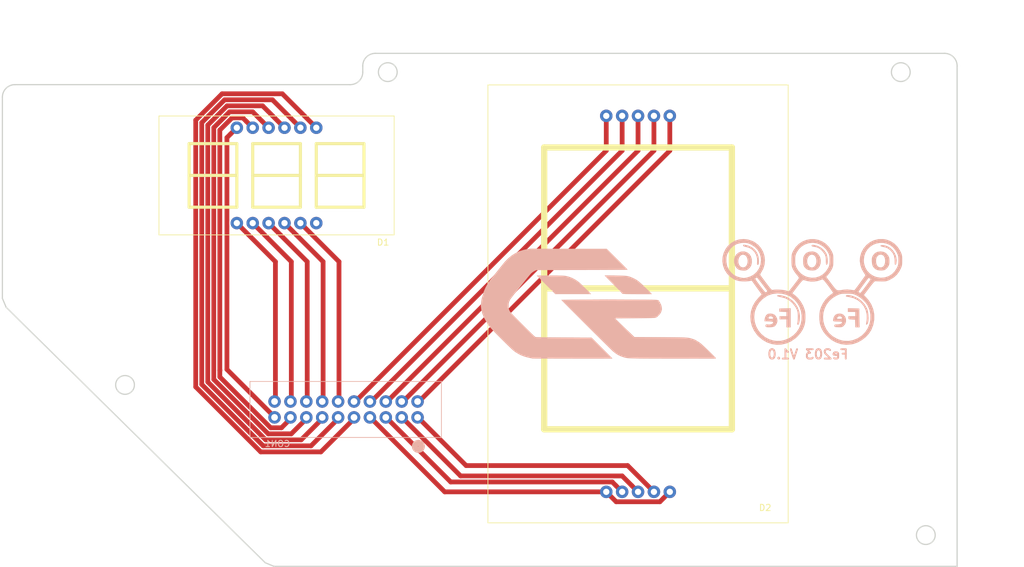
<source format=kicad_pcb>
(kicad_pcb (version 20171130) (host pcbnew 5.1.5-52549c5~84~ubuntu18.04.1)

  (general
    (thickness 1.6)
    (drawings 28)
    (tracks 81)
    (zones 0)
    (modules 5)
    (nets 22)
  )

  (page A4)
  (layers
    (0 F.Cu signal)
    (31 B.Cu signal)
    (32 B.Adhes user)
    (33 F.Adhes user)
    (34 B.Paste user)
    (35 F.Paste user)
    (36 B.SilkS user)
    (37 F.SilkS user)
    (38 B.Mask user)
    (39 F.Mask user)
    (40 Dwgs.User user)
    (41 Cmts.User user)
    (42 Eco1.User user)
    (43 Eco2.User user)
    (44 Edge.Cuts user)
    (45 Margin user)
    (46 B.CrtYd user)
    (47 F.CrtYd user)
    (48 B.Fab user)
    (49 F.Fab user)
  )

  (setup
    (last_trace_width 0.0889)
    (user_trace_width 0.254)
    (user_trace_width 0.508)
    (user_trace_width 0.762)
    (user_trace_width 1.016)
    (user_trace_width 1.27)
    (user_trace_width 1.524)
    (user_trace_width 1.778)
    (trace_clearance 0.1778)
    (zone_clearance 0.508)
    (zone_45_only no)
    (trace_min 0.0889)
    (via_size 0.8)
    (via_drill 0.4)
    (via_min_size 0.45)
    (via_min_drill 0.3)
    (uvia_size 0.3)
    (uvia_drill 0.1)
    (uvias_allowed no)
    (uvia_min_size 0.2)
    (uvia_min_drill 0.1)
    (edge_width 0.05)
    (segment_width 0.2)
    (pcb_text_width 0.3)
    (pcb_text_size 1.5 1.5)
    (mod_edge_width 0.12)
    (mod_text_size 1 1)
    (mod_text_width 0.15)
    (pad_size 1.524 1.524)
    (pad_drill 0.762)
    (pad_to_mask_clearance 0.051)
    (solder_mask_min_width 0.25)
    (aux_axis_origin 0 0)
    (visible_elements 7FFFFFFF)
    (pcbplotparams
      (layerselection 0x010f0_ffffffff)
      (usegerberextensions false)
      (usegerberattributes false)
      (usegerberadvancedattributes true)
      (creategerberjobfile false)
      (excludeedgelayer false)
      (linewidth 0.150000)
      (plotframeref false)
      (viasonmask false)
      (mode 1)
      (useauxorigin false)
      (hpglpennumber 1)
      (hpglpenspeed 20)
      (hpglpendiameter 15.000000)
      (psnegative false)
      (psa4output false)
      (plotreference true)
      (plotvalue true)
      (plotinvisibletext false)
      (padsonsilk true)
      (subtractmaskfromsilk false)
      (outputformat 1)
      (mirror false)
      (drillshape 0)
      (scaleselection 1)
      (outputdirectory "../gerbers/"))
  )

  (net 0 "")
  (net 1 GND1_1)
  (net 2 GND1_2)
  (net 3 GND1_3)
  (net 4 DOT2)
  (net 5 GND2)
  (net 6 "Net-(D1-Pad6)")
  (net 7 E1)
  (net 8 D1)
  (net 9 DP1)
  (net 10 C1)
  (net 11 G1)
  (net 12 B1)
  (net 13 F1)
  (net 14 A1)
  (net 15 B2)
  (net 16 C2)
  (net 17 D2)
  (net 18 E2)
  (net 19 A2)
  (net 20 F2)
  (net 21 G2)

  (net_class Default "This is the default net class."
    (clearance 0.1778)
    (trace_width 0.0889)
    (via_dia 0.8)
    (via_drill 0.4)
    (uvia_dia 0.3)
    (uvia_drill 0.1)
    (add_net A1)
    (add_net A2)
    (add_net B1)
    (add_net B2)
    (add_net C1)
    (add_net C2)
    (add_net D1)
    (add_net D2)
    (add_net DOT2)
    (add_net DP1)
    (add_net E1)
    (add_net E2)
    (add_net F1)
    (add_net F2)
    (add_net G1)
    (add_net G2)
    (add_net GND1_1)
    (add_net GND1_2)
    (add_net GND1_3)
    (add_net GND2)
    (add_net "Net-(D1-Pad6)")
  )

  (module fe203:20_pin_pcb_connector (layer B.Cu) (tedit 5E6C9D87) (tstamp 5E6CFEA5)
    (at 161.29 114.22 180)
    (path /5E6FF094)
    (fp_text reference CON1 (at 53.01 -4.21) (layer B.SilkS)
      (effects (font (size 1 1) (thickness 0.15)) (justify mirror))
    )
    (fp_text value pcb_connector (at 51.89 7.35) (layer B.Fab)
      (effects (font (size 1 1) (thickness 0.15)) (justify mirror))
    )
    (fp_line (start 26.81 5.745) (end 26.81 -3.205) (layer B.SilkS) (width 0.12))
    (fp_line (start 57.41 5.745) (end 57.41 -3.205) (layer B.SilkS) (width 0.12))
    (fp_line (start 26.81 5.745) (end 57.41 5.745) (layer B.SilkS) (width 0.12))
    (fp_line (start 26.81 -3.205) (end 57.41 -3.205) (layer B.SilkS) (width 0.12))
    (fp_circle (center 30.49 -4.63) (end 29.946217 -4.63) (layer B.SilkS) (width 1))
    (pad 2 thru_hole circle (at 30.62 2.54 180) (size 2 2) (drill 1.07) (layers *.Cu *.Mask)
      (net 15 B2))
    (pad 4 thru_hole circle (at 33.16 2.54 180) (size 2 2) (drill 1.07) (layers *.Cu *.Mask)
      (net 19 A2))
    (pad 6 thru_hole circle (at 35.7 2.54 180) (size 2 2) (drill 1.07) (layers *.Cu *.Mask)
      (net 4 DOT2))
    (pad 8 thru_hole circle (at 38.24 2.54 180) (size 2 2) (drill 1.07) (layers *.Cu *.Mask)
      (net 20 F2))
    (pad 10 thru_hole circle (at 40.78 2.54 180) (size 2 2) (drill 1.07) (layers *.Cu *.Mask)
      (net 21 G2))
    (pad 12 thru_hole circle (at 43.32 2.54 180) (size 2 2) (drill 1.07) (layers *.Cu *.Mask)
      (net 11 G1))
    (pad 14 thru_hole circle (at 45.86 2.54 180) (size 2 2) (drill 1.07) (layers *.Cu *.Mask)
      (net 10 C1))
    (pad 16 thru_hole circle (at 48.4 2.54 180) (size 2 2) (drill 1.07) (layers *.Cu *.Mask)
      (net 9 DP1))
    (pad 18 thru_hole circle (at 50.94 2.54 180) (size 2 2) (drill 1.07) (layers *.Cu *.Mask)
      (net 8 D1))
    (pad 20 thru_hole circle (at 53.48 2.54 180) (size 2 2) (drill 1.07) (layers *.Cu *.Mask)
      (net 7 E1))
    (pad 19 thru_hole circle (at 53.48 0 180) (size 2 2) (drill 1.07) (layers *.Cu *.Mask)
      (net 1 GND1_1))
    (pad 17 thru_hole circle (at 50.94 0 180) (size 2 2) (drill 1.07) (layers *.Cu *.Mask)
      (net 14 A1))
    (pad 15 thru_hole circle (at 48.4 0 180) (size 2 2) (drill 1.07) (layers *.Cu *.Mask)
      (net 13 F1))
    (pad 13 thru_hole circle (at 45.86 0 180) (size 2 2) (drill 1.07) (layers *.Cu *.Mask)
      (net 2 GND1_2))
    (pad 11 thru_hole circle (at 43.32 0 180) (size 2 2) (drill 1.07) (layers *.Cu *.Mask)
      (net 3 GND1_3))
    (pad 9 thru_hole circle (at 40.78 0 180) (size 2 2) (drill 1.07) (layers *.Cu *.Mask)
      (net 12 B1))
    (pad 7 thru_hole circle (at 38.24 0 180) (size 2 2) (drill 1.07) (layers *.Cu *.Mask)
      (net 5 GND2))
    (pad 5 thru_hole circle (at 35.7 0 180) (size 2 2) (drill 1.07) (layers *.Cu *.Mask)
      (net 18 E2))
    (pad 3 thru_hole circle (at 33.16 0 180) (size 2 2) (drill 1.07) (layers *.Cu *.Mask)
      (net 17 D2))
    (pad 1 thru_hole circle (at 30.62 0 180) (size 2 2) (drill 1.07) (layers *.Cu *.Mask)
      (net 16 C2))
    (model ${KIPRJMOD}/3ds/TST-110-01-T-D.stp
      (offset (xyz 42 1.5 0.5))
      (scale (xyz 1 1 1))
      (rotate (xyz -90 0 0))
    )
  )

  (module fe203:LT0565SRWK (layer F.Cu) (tedit 5E6BA4ED) (tstamp 5E6BE020)
    (at 89.08 85.7)
    (path /5E701025)
    (fp_text reference D1 (at 36.08 0.54) (layer F.SilkS)
      (effects (font (size 1 1) (thickness 0.15)))
    )
    (fp_text value 7_segment (at 19 -16.2) (layer F.Fab)
      (effects (font (size 1 1) (thickness 0.15)))
    )
    (fp_line (start 5.08 -10.16) (end 12.7 -10.16) (layer F.SilkS) (width 0.5))
    (fp_line (start 5.08 -5.08) (end 5.08 -15.24) (layer F.SilkS) (width 0.5))
    (fp_line (start 12.7 -5.08) (end 5.08 -5.08) (layer F.SilkS) (width 0.5))
    (fp_line (start 12.7 -15.24) (end 12.7 -5.08) (layer F.SilkS) (width 0.5))
    (fp_line (start 5.08 -15.24) (end 12.7 -15.24) (layer F.SilkS) (width 0.5))
    (fp_line (start 25.4 -10.16) (end 33.02 -10.16) (layer F.SilkS) (width 0.5))
    (fp_line (start 25.4 -5.08) (end 25.4 -15.24) (layer F.SilkS) (width 0.5))
    (fp_line (start 33.02 -5.08) (end 25.4 -5.08) (layer F.SilkS) (width 0.5))
    (fp_line (start 33.02 -15.24) (end 33.02 -5.08) (layer F.SilkS) (width 0.5))
    (fp_line (start 25.4 -15.24) (end 33.02 -15.24) (layer F.SilkS) (width 0.5))
    (fp_line (start 15.24 -10.16) (end 22.86 -10.16) (layer F.SilkS) (width 0.5))
    (fp_line (start 15.24 -5.08) (end 15.24 -15.24) (layer F.SilkS) (width 0.5))
    (fp_line (start 22.86 -5.08) (end 15.24 -5.08) (layer F.SilkS) (width 0.5))
    (fp_line (start 22.86 -15.24) (end 22.86 -5.08) (layer F.SilkS) (width 0.5))
    (fp_line (start 15.24 -15.24) (end 22.86 -15.24) (layer F.SilkS) (width 0.5))
    (fp_line (start 0.25 -19.66) (end 37.85 -19.66) (layer F.SilkS) (width 0.12))
    (fp_line (start 0.25 -0.66) (end 37.85 -0.66) (layer F.SilkS) (width 0.12))
    (fp_line (start 0.25 -19.66) (end 0.25 -0.66) (layer F.SilkS) (width 0.12))
    (fp_line (start 37.85 -19.66) (end 37.85 -0.66) (layer F.SilkS) (width 0.12))
    (pad 12 thru_hole circle (at 12.7 -17.78) (size 2 2) (drill 1) (layers *.Cu *.Mask)
      (net 1 GND1_1))
    (pad 11 thru_hole circle (at 15.24 -17.78) (size 2 2) (drill 1) (layers *.Cu *.Mask)
      (net 14 A1))
    (pad 10 thru_hole circle (at 17.78 -17.78) (size 2 2) (drill 1) (layers *.Cu *.Mask)
      (net 13 F1))
    (pad 9 thru_hole circle (at 20.32 -17.78) (size 2 2) (drill 1) (layers *.Cu *.Mask)
      (net 2 GND1_2))
    (pad 8 thru_hole circle (at 22.86 -17.78) (size 2 2) (drill 1) (layers *.Cu *.Mask)
      (net 3 GND1_3))
    (pad 7 thru_hole circle (at 25.4 -17.78) (size 2 2) (drill 1) (layers *.Cu *.Mask)
      (net 12 B1))
    (pad 6 thru_hole circle (at 25.4 -2.54) (size 2 2) (drill 1) (layers *.Cu *.Mask)
      (net 6 "Net-(D1-Pad6)"))
    (pad 5 thru_hole circle (at 22.86 -2.54) (size 2 2) (drill 1) (layers *.Cu *.Mask)
      (net 11 G1))
    (pad 4 thru_hole circle (at 20.32 -2.54) (size 2 2) (drill 1) (layers *.Cu *.Mask)
      (net 10 C1))
    (pad 3 thru_hole circle (at 17.78 -2.54) (size 2 2) (drill 1) (layers *.Cu *.Mask)
      (net 9 DP1))
    (pad 2 thru_hole circle (at 15.24 -2.54) (size 2 2) (drill 1) (layers *.Cu *.Mask)
      (net 8 D1))
    (pad 1 thru_hole circle (at 12.7 -2.54) (size 2 2) (drill 1) (layers *.Cu *.Mask)
      (net 7 E1))
    (model ${KIPRJMOD}/3ds/LT0565SRWK.STEP
      (offset (xyz 19 10 9))
      (scale (xyz 1 1 1))
      (rotate (xyz -90 0 0))
    )
  )

  (module fe203:logo3 (layer F.Cu) (tedit 5E6BB989) (tstamp 5E6C2010)
    (at 161.23 99.49)
    (fp_text reference G*** (at 0 9.6) (layer B.SilkS) hide
      (effects (font (size 1.524 1.524) (thickness 0.3)) (justify mirror))
    )
    (fp_text value LOGO (at 0.75 9.6) (layer B.SilkS) hide
      (effects (font (size 1.524 1.524) (thickness 0.3)) (justify mirror))
    )
    (fp_poly (pts (xy -0.416189 -4.124549) (xy -0.466519 -4.124088) (xy -0.598911 -4.123248) (xy -0.806621 -4.122065)
      (xy -1.082899 -4.120573) (xy -1.420999 -4.118807) (xy -1.814175 -4.116801) (xy -2.255679 -4.11459)
      (xy -2.738764 -4.112208) (xy -3.256683 -4.109691) (xy -3.802689 -4.107073) (xy -4.024143 -4.10602)
      (xy -4.57807 -4.103003) (xy -5.105619 -4.099366) (xy -5.600156 -4.095202) (xy -6.055045 -4.090601)
      (xy -6.46365 -4.085656) (xy -6.819334 -4.080458) (xy -7.115463 -4.075098) (xy -7.3454 -4.069669)
      (xy -7.502509 -4.064261) (xy -7.580155 -4.058966) (xy -7.58748 -4.056856) (xy -7.55666 -4.021432)
      (xy -7.467268 -3.927977) (xy -7.323806 -3.78098) (xy -7.130778 -3.58493) (xy -6.892687 -3.344316)
      (xy -6.614038 -3.063628) (xy -6.299333 -2.747355) (xy -5.953076 -2.399986) (xy -5.579771 -2.026009)
      (xy -5.183921 -1.629915) (xy -4.770029 -1.216193) (xy -4.342599 -0.789331) (xy -3.906135 -0.35382)
      (xy -3.46514 0.085853) (xy -3.024116 0.525197) (xy -2.587569 0.959724) (xy -2.160001 1.384944)
      (xy -1.745916 1.796368) (xy -1.349818 2.189507) (xy -0.976209 2.559872) (xy -0.629593 2.902973)
      (xy -0.314474 3.214321) (xy -0.035356 3.489428) (xy 0.203259 3.723804) (xy 0.396867 3.912959)
      (xy 0.540964 4.052405) (xy 0.631047 4.137652) (xy 0.651933 4.156422) (xy 1.046925 4.471627)
      (xy 1.432138 4.721841) (xy 1.835739 4.922368) (xy 2.285897 5.088511) (xy 2.470598 5.144537)
      (xy 2.555455 5.168533) (xy 2.638976 5.190335) (xy 2.725611 5.210054) (xy 2.819815 5.227802)
      (xy 2.926038 5.24369) (xy 3.048735 5.257829) (xy 3.192356 5.270332) (xy 3.361355 5.281308)
      (xy 3.560183 5.290871) (xy 3.793294 5.29913) (xy 4.06514 5.306198) (xy 4.380173 5.312186)
      (xy 4.742846 5.317205) (xy 5.157611 5.321366) (xy 5.628921 5.324782) (xy 6.161228 5.327563)
      (xy 6.758984 5.329821) (xy 7.426642 5.331668) (xy 8.168654 5.333213) (xy 8.989473 5.33457)
      (xy 9.893551 5.33585) (xy 10.13014 5.336166) (xy 10.894122 5.337091) (xy 11.635735 5.337809)
      (xy 12.349932 5.338324) (xy 13.031663 5.338639) (xy 13.675881 5.338759) (xy 14.277538 5.338685)
      (xy 14.831585 5.338423) (xy 15.332973 5.337976) (xy 15.776656 5.337347) (xy 16.157585 5.33654)
      (xy 16.470711 5.335558) (xy 16.710986 5.334405) (xy 16.873362 5.333085) (xy 16.952791 5.3316)
      (xy 16.9575 5.331345) (xy 17.072448 5.31657) (xy 17.138544 5.295542) (xy 17.144912 5.28694)
      (xy 17.113525 5.243744) (xy 17.026296 5.147892) (xy 16.891821 5.007771) (xy 16.718699 4.831769)
      (xy 16.515525 4.628273) (xy 16.290898 4.405671) (xy 16.053413 4.17235) (xy 15.811669 3.936697)
      (xy 15.574261 3.707101) (xy 15.349788 3.491948) (xy 15.146846 3.299625) (xy 14.974032 3.138521)
      (xy 14.839944 3.017022) (xy 14.753178 2.943517) (xy 14.723841 2.924895) (xy 14.684428 2.89795)
      (xy 14.608426 2.832092) (xy 14.597722 2.822237) (xy 14.482901 2.733354) (xy 14.342714 2.646604)
      (xy 14.3179 2.633514) (xy 14.20843 2.57492) (xy 14.137068 2.531416) (xy 14.126643 2.522901)
      (xy 14.032888 2.451695) (xy 13.876707 2.366835) (xy 13.680991 2.279328) (xy 13.468633 2.200184)
      (xy 13.427849 2.186859) (xy 13.297559 2.145353) (xy 13.178854 2.108628) (xy 13.065683 2.076357)
      (xy 12.951997 2.048214) (xy 12.831744 2.023871) (xy 12.698875 2.003003) (xy 12.547339 1.985283)
      (xy 12.371086 1.970385) (xy 12.164065 1.957981) (xy 11.920225 1.947746) (xy 11.633517 1.939354)
      (xy 11.29789 1.932476) (xy 10.907294 1.926788) (xy 10.455678 1.921963) (xy 9.936991 1.917673)
      (xy 9.345184 1.913593) (xy 8.674205 1.909396) (xy 8.236511 1.906719) (xy 4.1004 1.881364)
      (xy 3.665121 1.45951) (xy 3.471658 1.273285) (xy 3.269286 1.080611) (xy 3.082372 0.90457)
      (xy 2.938819 0.771479) (xy 2.803252 0.645329) (xy 2.62176 0.473357) (xy 2.407945 0.268751)
      (xy 2.175408 0.044696) (xy 1.937751 -0.185622) (xy 1.708576 -0.409019) (xy 1.501483 -0.612307)
      (xy 1.330075 -0.782302) (xy 1.207952 -0.905817) (xy 1.19793 -0.916189) (xy 1.026883 -1.093811)
      (xy 4.168634 -1.118061) (xy 4.883746 -1.124276) (xy 5.511502 -1.131205) (xy 6.051702 -1.138845)
      (xy 6.504145 -1.14719) (xy 6.868631 -1.156236) (xy 7.144961 -1.165978) (xy 7.332934 -1.176413)
      (xy 7.43235 -1.187536) (xy 7.443601 -1.190516) (xy 7.635012 -1.266915) (xy 7.756996 -1.335496)
      (xy 7.826952 -1.407109) (xy 7.845071 -1.440853) (xy 7.919478 -1.536249) (xy 7.98757 -1.581701)
      (xy 8.064364 -1.635133) (xy 8.087482 -1.680051) (xy 8.122457 -1.742053) (xy 8.176294 -1.782098)
      (xy 8.247438 -1.855353) (xy 8.265105 -1.916877) (xy 8.283278 -1.988193) (xy 8.307799 -2.004126)
      (xy 8.343481 -2.042987) (xy 8.383364 -2.140915) (xy 8.398126 -2.19285) (xy 8.437223 -2.333844)
      (xy 8.475771 -2.451952) (xy 8.484679 -2.474862) (xy 8.496074 -2.562043) (xy 8.488036 -2.700373)
      (xy 8.465024 -2.867528) (xy 8.431497 -3.041186) (xy 8.391914 -3.199024) (xy 8.350733 -3.318721)
      (xy 8.312413 -3.377954) (xy 8.303739 -3.380699) (xy 8.271891 -3.417778) (xy 8.265105 -3.46581)
      (xy 8.250057 -3.543588) (xy 8.231801 -3.565723) (xy 8.192155 -3.61061) (xy 8.130781 -3.706726)
      (xy 8.101701 -3.758147) (xy 8.073903 -3.81362) (xy 8.051087 -3.862544) (xy 8.027835 -3.905349)
      (xy 7.998727 -3.942467) (xy 7.958348 -3.97433) (xy 7.901278 -4.001369) (xy 7.822101 -4.024016)
      (xy 7.715398 -4.042702) (xy 7.575751 -4.057858) (xy 7.397743 -4.069917) (xy 7.175957 -4.07931)
      (xy 6.904974 -4.086468) (xy 6.579376 -4.091824) (xy 6.193746 -4.095807) (xy 5.742666 -4.098851)
      (xy 5.220718 -4.101386) (xy 4.622485 -4.103844) (xy 3.942548 -4.106657) (xy 3.713531 -4.107672)
      (xy 3.118407 -4.110349) (xy 2.548387 -4.112876) (xy 2.009759 -4.115226) (xy 1.508812 -4.117374)
      (xy 1.051832 -4.119293) (xy 0.64511 -4.120958) (xy 0.294932 -4.122344) (xy 0.007588 -4.123424)
      (xy -0.210635 -4.124174) (xy -0.353449 -4.124567) (xy -0.414565 -4.124577) (xy -0.416189 -4.124549)) (layer B.SilkS) (width 0.01))
    (fp_poly (pts (xy -12.546258 -12.229227) (xy -12.784598 -12.197781) (xy -13.049007 -12.154733) (xy -13.319409 -12.10322)
      (xy -13.575731 -12.046377) (xy -13.700723 -12.014704) (xy -14.340536 -11.802185) (xy -14.943563 -11.515423)
      (xy -15.514815 -11.151202) (xy -16.059307 -10.706304) (xy -16.582049 -10.177513) (xy -16.606983 -10.149625)
      (xy -16.661087 -10.085211) (xy -16.762784 -9.96072) (xy -16.904476 -9.785657) (xy -17.078569 -9.569524)
      (xy -17.277466 -9.321829) (xy -17.493571 -9.052074) (xy -17.719288 -8.769765) (xy -17.947021 -8.484407)
      (xy -18.169174 -8.205503) (xy -18.37815 -7.94256) (xy -18.566355 -7.70508) (xy -18.726192 -7.50257)
      (xy -18.850064 -7.344534) (xy -18.893648 -7.288392) (xy -19.331674 -6.669866) (xy -19.681635 -6.062329)
      (xy -19.943583 -5.465681) (xy -20.109278 -4.916088) (xy -20.156076 -4.729609) (xy -20.20279 -4.567207)
      (xy -20.241617 -4.455262) (xy -20.252654 -4.431487) (xy -20.284382 -4.337403) (xy -20.319044 -4.17572)
      (xy -20.353677 -3.967454) (xy -20.385313 -3.733619) (xy -20.410989 -3.495232) (xy -20.42774 -3.273309)
      (xy -20.432234 -3.158671) (xy -20.424758 -2.972602) (xy -20.398528 -2.745183) (xy -20.35777 -2.496085)
      (xy -20.306716 -2.244983) (xy -20.249592 -2.01155) (xy -20.190629 -1.815457) (xy -20.134056 -1.676379)
      (xy -20.103392 -1.628899) (xy -20.068703 -1.549135) (xy -20.065391 -1.517885) (xy -20.064511 -1.490783)
      (xy -20.058423 -1.460852) (xy -20.041606 -1.417325) (xy -20.00854 -1.349437) (xy -19.953704 -1.246425)
      (xy -19.871578 -1.097522) (xy -19.756642 -0.891965) (xy -19.61526 -0.640151) (xy -19.501304 -0.443214)
      (xy -19.384292 -0.255142) (xy -19.258538 -0.069432) (xy -19.118358 0.120418) (xy -18.958065 0.32091)
      (xy -18.771975 0.538547) (xy -18.554401 0.77983) (xy -18.29966 1.051261) (xy -18.002064 1.359344)
      (xy -17.655929 1.710579) (xy -17.25557 2.11147) (xy -16.902559 2.462253) (xy -16.526166 2.834477)
      (xy -16.205375 3.149478) (xy -15.933535 3.413371) (xy -15.703992 3.632273) (xy -15.510097 3.8123)
      (xy -15.345198 3.959569) (xy -15.202643 4.080195) (xy -15.07578 4.180296) (xy -14.957958 4.265987)
      (xy -14.892413 4.31065) (xy -14.472289 4.5706) (xy -14.057916 4.782461) (xy -13.62468 4.956343)
      (xy -13.147971 5.102355) (xy -12.706473 5.208574) (xy -12.183671 5.322373) (xy -5.800364 5.333687)
      (xy -5.055001 5.334856) (xy -4.334336 5.33569) (xy -3.643327 5.336197) (xy -2.986932 5.336386)
      (xy -2.370109 5.336264) (xy -1.797818 5.335841) (xy -1.275015 5.335125) (xy -0.806659 5.334124)
      (xy -0.397709 5.332847) (xy -0.053121 5.331302) (xy 0.222144 5.329498) (xy 0.42313 5.327443)
      (xy 0.544878 5.325146) (xy 0.582645 5.322797) (xy 0.552112 5.288082) (xy 0.464485 5.196512)
      (xy 0.325552 5.053953) (xy 0.141097 4.866267) (xy -0.083092 4.639321) (xy -0.341231 4.378977)
      (xy -0.627531 4.091101) (xy -0.936209 3.781557) (xy -1.082243 3.635385) (xy -2.746832 1.970175)
      (xy -7.176615 1.947009) (xy -7.944842 1.94274) (xy -8.628388 1.938376) (xy -9.231387 1.933846)
      (xy -9.757968 1.929079) (xy -10.212264 1.924004) (xy -10.598407 1.918551) (xy -10.920527 1.912647)
      (xy -11.182756 1.906222) (xy -11.389226 1.899204) (xy -11.544068 1.891524) (xy -11.651413 1.883108)
      (xy -11.715394 1.873887) (xy -11.733265 1.868593) (xy -11.792324 1.825216) (xy -11.90664 1.724987)
      (xy -12.069461 1.574633) (xy -12.274037 1.380884) (xy -12.513617 1.150465) (xy -12.781448 0.890104)
      (xy -13.07078 0.606531) (xy -13.374861 0.306471) (xy -13.686941 -0.003347) (xy -14.000267 -0.316195)
      (xy -14.308089 -0.625345) (xy -14.603654 -0.924071) (xy -14.880213 -1.205644) (xy -15.131014 -1.463337)
      (xy -15.349304 -1.690421) (xy -15.528334 -1.88017) (xy -15.661352 -2.025855) (xy -15.741606 -2.120748)
      (xy -15.754751 -2.138853) (xy -15.851271 -2.302901) (xy -15.931426 -2.473696) (xy -15.968892 -2.582909)
      (xy -15.998795 -2.769108) (xy -16.01106 -2.998051) (xy -16.006778 -3.24163) (xy -15.987042 -3.471736)
      (xy -15.952944 -3.660263) (xy -15.923664 -3.747046) (xy -15.855853 -3.897165) (xy -15.791542 -4.043388)
      (xy -15.785309 -4.057885) (xy -15.743703 -4.124778) (xy -15.651961 -4.252681) (xy -15.516225 -4.433904)
      (xy -15.342635 -4.660752) (xy -15.137336 -4.925534) (xy -14.906468 -5.220558) (xy -14.656174 -5.538131)
      (xy -14.392596 -5.87056) (xy -14.121877 -6.210155) (xy -13.850157 -6.549221) (xy -13.58358 -6.880067)
      (xy -13.328288 -7.195001) (xy -13.090422 -7.48633) (xy -12.876125 -7.746362) (xy -12.691539 -7.967404)
      (xy -12.542806 -8.141765) (xy -12.436068 -8.261752) (xy -12.393888 -8.305259) (xy -12.215273 -8.454701)
      (xy -12.009103 -8.595967) (xy -11.852526 -8.682707) (xy -11.561993 -8.820385) (xy -4.268374 -8.832006)
      (xy -3.470959 -8.833473) (xy -2.697993 -8.835279) (xy -1.954107 -8.837396) (xy -1.243935 -8.839797)
      (xy -0.57211 -8.842452) (xy 0.056735 -8.845333) (xy 0.637968 -8.848413) (xy 1.166954 -8.851663)
      (xy 1.639062 -8.855055) (xy 2.049658 -8.85856) (xy 2.394109 -8.862151) (xy 2.667782 -8.865799)
      (xy 2.866044 -8.869475) (xy 2.984263 -8.873152) (xy 3.018402 -8.876412) (xy 2.986425 -8.913019)
      (xy 2.89707 -9.006106) (xy 2.75619 -9.149788) (xy 2.56964 -9.338181) (xy 2.343272 -9.5654)
      (xy 2.082941 -9.825562) (xy 1.794499 -10.112783) (xy 1.483801 -10.421178) (xy 1.340297 -10.563304)
      (xy -0.330965 -12.217413) (xy -6.212913 -12.222476) (xy -6.930718 -12.223221) (xy -7.625386 -12.224191)
      (xy -8.291595 -12.225366) (xy -8.924022 -12.226726) (xy -9.517344 -12.228252) (xy -10.066239 -12.229923)
      (xy -10.565384 -12.23172) (xy -11.009456 -12.233624) (xy -11.393133 -12.235615) (xy -11.711093 -12.237672)
      (xy -11.958011 -12.239776) (xy -12.128567 -12.241908) (xy -12.217437 -12.244047) (xy -12.228077 -12.24477)
      (xy -12.354059 -12.245935) (xy -12.546258 -12.229227)) (layer B.SilkS) (width 0.01))
    (fp_poly (pts (xy -0.597767 -7.965139) (xy -0.658254 -7.962738) (xy -0.66005 -7.962246) (xy -0.645933 -7.932861)
      (xy -0.604543 -7.904533) (xy -0.540729 -7.85528) (xy -0.527122 -7.830154) (xy -0.496725 -7.793091)
      (xy -0.409925 -7.700061) (xy -0.273254 -7.557758) (xy -0.093247 -7.372875) (xy 0.123565 -7.152106)
      (xy 0.370646 -6.902146) (xy 0.641465 -6.629687) (xy 0.781758 -6.489091) (xy 1.062131 -6.20733)
      (xy 1.321991 -5.943985) (xy 1.554784 -5.705862) (xy 1.753955 -5.499767) (xy 1.912948 -5.332506)
      (xy 2.02521 -5.210885) (xy 2.084184 -5.14171) (xy 2.091643 -5.129056) (xy 2.096157 -5.097359)
      (xy 2.112794 -5.070501) (xy 2.148424 -5.048036) (xy 2.209919 -5.029516) (xy 2.304146 -5.014496)
      (xy 2.437978 -5.002529) (xy 2.618283 -4.993169) (xy 2.851933 -4.985969) (xy 3.145796 -4.980483)
      (xy 3.506743 -4.976265) (xy 3.941645 -4.972867) (xy 4.457371 -4.969844) (xy 4.549303 -4.969358)
      (xy 4.995757 -4.96745) (xy 5.414284 -4.966499) (xy 5.796695 -4.966464) (xy 6.134798 -4.967307)
      (xy 6.420403 -4.968988) (xy 6.645319 -4.971467) (xy 6.801356 -4.974706) (xy 6.880323 -4.978665)
      (xy 6.888545 -4.980593) (xy 6.858155 -5.01647) (xy 6.772111 -5.106835) (xy 6.638089 -5.243912)
      (xy 6.463765 -5.419926) (xy 6.256816 -5.627103) (xy 6.024917 -5.857668) (xy 5.92271 -5.958835)
      (xy 5.56574 -6.307531) (xy 5.257769 -6.597952) (xy 4.988566 -6.838) (xy 4.7479 -7.035575)
      (xy 4.525538 -7.198578) (xy 4.31125 -7.33491) (xy 4.094803 -7.452472) (xy 3.865967 -7.559164)
      (xy 3.830422 -7.574513) (xy 3.630109 -7.658846) (xy 3.452135 -7.728628) (xy 3.285293 -7.78538)
      (xy 3.118378 -7.830627) (xy 2.940181 -7.865892) (xy 2.739497 -7.892697) (xy 2.505118 -7.912567)
      (xy 2.225839 -7.927023) (xy 1.890451 -7.937591) (xy 1.487749 -7.945792) (xy 1.049196 -7.952542)
      (xy 0.670887 -7.957578) (xy 0.321025 -7.961514) (xy 0.009419 -7.964294) (xy -0.254121 -7.965862)
      (xy -0.459786 -7.966162) (xy -0.597767 -7.965139)) (layer B.SilkS) (width 0.01))
    (fp_poly (pts (xy -10.028676 -6.466888) (xy -8.545231 -4.979301) (xy -2.82521 -4.979301) (xy -3.663357 -5.826166)
      (xy -3.904185 -6.067345) (xy -4.141674 -6.301246) (xy -4.36361 -6.516132) (xy -4.557778 -6.700266)
      (xy -4.711966 -6.841913) (xy -4.798346 -6.916772) (xy -5.284452 -7.262528) (xy -5.820489 -7.547421)
      (xy -6.385981 -7.762025) (xy -6.90849 -7.88821) (xy -7.02041 -7.904584) (xy -7.157163 -7.918198)
      (xy -7.326914 -7.92927) (xy -7.53783 -7.938016) (xy -7.798076 -7.944653) (xy -8.115818 -7.949399)
      (xy -8.49922 -7.952471) (xy -8.95645 -7.954086) (xy -9.400304 -7.954476) (xy -11.512121 -7.954476)
      (xy -10.028676 -6.466888)) (layer B.SilkS) (width 0.01))
  )

  (module fe203:logo2 (layer F.Cu) (tedit 5E6BB89C) (tstamp 5E6C1AA0)
    (at 174.63 93.98)
    (fp_text reference G*** (at 19.32 0) (layer F.SilkS) hide
      (effects (font (size 1.524 1.524) (thickness 0.3)))
    )
    (fp_text value LOGO (at 18.57 0) (layer F.SilkS) hide
      (effects (font (size 1.524 1.524) (thickness 0.3)))
    )
    (fp_poly (pts (xy 7.448256 -8.208807) (xy 6.776117 -7.995559) (xy 6.161433 -7.642669) (xy 5.625946 -7.156329)
      (xy 5.301631 -6.726995) (xy 4.969469 -6.062417) (xy 4.792331 -5.370422) (xy 4.763144 -4.672556)
      (xy 4.87483 -3.990362) (xy 5.120316 -3.345385) (xy 5.492525 -2.75917) (xy 5.984383 -2.253261)
      (xy 6.588813 -1.849204) (xy 6.958666 -1.681279) (xy 7.407234 -1.561569) (xy 7.95406 -1.497912)
      (xy 8.536314 -1.494166) (xy 9.075333 -1.551387) (xy 9.456333 -1.617788) (xy 10.049 -0.793782)
      (xy 10.303268 -0.440471) (xy 10.541344 -0.110032) (xy 10.734422 0.15758) (xy 10.84328 0.30806)
      (xy 11.044894 0.585897) (xy 10.536797 1.098745) (xy 9.988162 1.764598) (xy 9.588047 2.491894)
      (xy 9.336522 3.26132) (xy 9.233655 4.053566) (xy 9.279515 4.849318) (xy 9.474172 5.629267)
      (xy 9.817694 6.3741) (xy 10.310151 7.064506) (xy 10.514666 7.286618) (xy 11.173109 7.845403)
      (xy 11.893367 8.255674) (xy 12.656418 8.517423) (xy 13.443238 8.63064) (xy 14.234804 8.595317)
      (xy 15.012094 8.411445) (xy 15.756085 8.079013) (xy 16.447754 7.598014) (xy 16.78 7.289616)
      (xy 17.271952 6.723652) (xy 17.626588 6.158891) (xy 17.869875 5.551688) (xy 17.920214 5.373373)
      (xy 18.004584 4.897552) (xy 18.042265 4.342721) (xy 18.036371 3.991412) (xy 17.436716 3.991412)
      (xy 17.414408 4.691366) (xy 17.26859 5.37528) (xy 17.000113 6.022751) (xy 16.609824 6.613373)
      (xy 16.098574 7.126742) (xy 15.46721 7.542455) (xy 15.390665 7.581246) (xy 14.711828 7.862653)
      (xy 14.074749 8.006813) (xy 13.432856 8.020948) (xy 12.960389 7.95822) (xy 12.223287 7.739474)
      (xy 11.562631 7.384307) (xy 10.991089 6.912586) (xy 10.521326 6.344183) (xy 10.166009 5.698968)
      (xy 9.937804 4.996809) (xy 9.849378 4.257576) (xy 9.913396 3.50114) (xy 9.967119 3.262627)
      (xy 10.241171 2.5381) (xy 10.659445 1.882539) (xy 11.20354 1.317714) (xy 11.855057 0.865392)
      (xy 12.098983 0.740531) (xy 12.770989 0.513589) (xy 13.499772 0.421713) (xy 14.243557 0.462274)
      (xy 14.960567 0.63264) (xy 15.609027 0.930179) (xy 15.665916 0.965197) (xy 16.273885 1.439285)
      (xy 16.7541 1.999355) (xy 17.107411 2.625002) (xy 17.334667 3.295823) (xy 17.436716 3.991412)
      (xy 18.036371 3.991412) (xy 18.032805 3.778923) (xy 17.975754 3.276203) (xy 17.934908 3.090334)
      (xy 17.675682 2.391348) (xy 17.291571 1.71966) (xy 16.814943 1.124309) (xy 16.372897 0.723753)
      (xy 15.946308 0.398433) (xy 16.159667 0.117454) (xy 11.908367 0.117454) (xy 11.797864 0.215346)
      (xy 11.639962 0.232727) (xy 11.556701 0.16066) (xy 11.393356 -0.024638) (xy 11.169462 -0.299468)
      (xy 10.904554 -0.640131) (xy 10.733589 -0.866885) (xy 10.432594 -1.273612) (xy 10.223256 -1.56686)
      (xy 10.094067 -1.767426) (xy 10.033521 -1.896111) (xy 10.030112 -1.973714) (xy 10.072332 -2.021036)
      (xy 10.089561 -2.031051) (xy 10.237703 -2.100304) (xy 10.294826 -2.116666) (xy 10.355773 -2.053371)
      (xy 10.496248 -1.882158) (xy 10.694802 -1.631044) (xy 10.929984 -1.32804) (xy 11.180344 -1.001161)
      (xy 11.42443 -0.678421) (xy 11.640792 -0.387832) (xy 11.80798 -0.15741) (xy 11.904543 -0.015166)
      (xy 11.906636 -0.0117) (xy 11.908367 0.117454) (xy 16.159667 0.117454) (xy 16.756567 -0.668617)
      (xy 17.08984 -1.095197) (xy 17.363829 -1.420594) (xy 17.567451 -1.632495) (xy 17.689624 -1.718585)
      (xy 17.70258 -1.71972) (xy 17.855848 -1.687787) (xy 18.106464 -1.622492) (xy 18.304 -1.566133)
      (xy 18.839835 -1.473146) (xy 19.434771 -1.475892) (xy 20.010511 -1.571134) (xy 20.251333 -1.646604)
      (xy 20.504997 -1.739252) (xy 20.70543 -1.808456) (xy 20.759333 -1.825271) (xy 20.867606 -1.771423)
      (xy 21.062443 -1.574106) (xy 21.342646 -1.234665) (xy 21.6695 -0.805155) (xy 21.938602 -0.438078)
      (xy 22.167497 -0.117892) (xy 22.338878 0.130559) (xy 22.435443 0.282428) (xy 22.450389 0.316006)
      (xy 22.382998 0.394499) (xy 22.214327 0.520573) (xy 22.102111 0.592667) (xy 21.656321 0.942061)
      (xy 21.228025 1.417867) (xy 20.846837 1.977597) (xy 20.54237 2.578763) (xy 20.36903 3.079191)
      (xy 20.288585 3.543513) (xy 20.257473 4.09864) (xy 20.275322 4.673506) (xy 20.341755 5.197041)
      (xy 20.381119 5.373373) (xy 20.595767 5.99564) (xy 20.910702 6.560753) (xy 21.352635 7.113463)
      (xy 21.532635 7.302526) (xy 22.194417 7.859137) (xy 22.9282 8.269132) (xy 23.716068 8.52733)
      (xy 24.540102 8.628548) (xy 25.382385 8.567604) (xy 25.688487 8.504518) (xy 26.377786 8.263713)
      (xy 27.044766 7.893868) (xy 27.65329 7.423152) (xy 28.16722 6.879738) (xy 28.550419 6.291794)
      (xy 28.565467 6.261798) (xy 28.880349 5.446211) (xy 29.035912 4.612498) (xy 29.035121 3.821476)
      (xy 28.431034 3.821476) (xy 28.429044 4.567535) (xy 28.285177 5.293574) (xy 28.006244 5.977929)
      (xy 27.599053 6.598938) (xy 27.070412 7.134936) (xy 26.427131 7.564262) (xy 26.329491 7.614042)
      (xy 25.626182 7.893236) (xy 24.942651 8.019904) (xy 24.238711 7.99988) (xy 23.967423 7.956914)
      (xy 23.633204 7.869724) (xy 23.251024 7.735866) (xy 23.003367 7.63007) (xy 22.33756 7.231128)
      (xy 21.79454 6.735184) (xy 21.374251 6.161788) (xy 21.076639 5.530488) (xy 20.901647 4.86083)
      (xy 20.84922 4.172365) (xy 20.919303 3.484639) (xy 21.111841 2.817201) (xy 21.426778 2.189598)
      (xy 21.86406 1.62138) (xy 22.42363 1.132094) (xy 23.022748 0.779667) (xy 23.314218 0.643966)
      (xy 23.543486 0.554344) (xy 23.760158 0.501255) (xy 24.01384 0.475149) (xy 24.354134 0.466477)
      (xy 24.654 0.465667) (xy 25.084683 0.468576) (xy 25.394226 0.48295) (xy 25.630795 0.517255)
      (xy 25.842557 0.579961) (xy 26.077678 0.679534) (xy 26.20235 0.737875) (xy 26.703844 1.031655)
      (xy 27.194254 1.418604) (xy 27.625147 1.854689) (xy 27.948092 2.29588) (xy 27.982151 2.355949)
      (xy 28.284339 3.07706) (xy 28.431034 3.821476) (xy 29.035121 3.821476) (xy 29.035079 3.780146)
      (xy 28.880771 2.968645) (xy 28.575907 2.197485) (xy 28.123409 1.486154) (xy 27.792869 1.107034)
      (xy 27.380376 0.683544) (xy 28.22562 -0.441395) (xy 28.585578 -0.909851) (xy 28.860635 -1.243117)
      (xy 29.057374 -1.448495) (xy 29.18238 -1.533287) (xy 29.211932 -1.535525) (xy 29.355252 -1.521123)
      (xy 29.622021 -1.508169) (xy 29.96636 -1.498597) (xy 30.157333 -1.495638) (xy 30.554187 -1.496363)
      (xy 30.840763 -1.516476) (xy 31.075903 -1.566916) (xy 31.318451 -1.658621) (xy 31.512 -1.747457)
      (xy 31.657614 -1.831458) (xy 28.447648 -1.831458) (xy 28.389718 -1.727762) (xy 28.252539 -1.523426)
      (xy 28.057323 -1.24703) (xy 27.825283 -0.927157) (xy 27.577633 -0.59239) (xy 27.335585 -0.27131)
      (xy 27.120351 0.007502) (xy 26.953145 0.215462) (xy 26.85518 0.323989) (xy 26.841091 0.333201)
      (xy 26.720899 0.310985) (xy 26.650591 0.287275) (xy 26.534275 0.202645) (xy 26.516666 0.156822)
      (xy 26.564672 0.070251) (xy 26.69637 -0.12581) (xy 26.893282 -0.405811) (xy 27.136929 -0.744207)
      (xy 27.408832 -1.115449) (xy 27.690512 -1.49399) (xy 27.963491 -1.854283) (xy 28.090137 -2.018564)
      (xy 28.186768 -2.029695) (xy 28.328352 -1.969416) (xy 28.434271 -1.879922) (xy 28.447648 -1.831458)
      (xy 31.657614 -1.831458) (xy 32.142436 -2.111137) (xy 32.641289 -2.55228) (xy 33.039527 -3.100908)
      (xy 33.182275 -3.366639) (xy 33.32889 -3.672804) (xy 33.422051 -3.911399) (xy 33.473838 -4.139222)
      (xy 33.496332 -4.413071) (xy 33.501612 -4.789743) (xy 33.501666 -4.868333) (xy 33.501651 -4.870113)
      (xy 32.908932 -4.870113) (xy 32.896905 -4.468878) (xy 32.851518 -4.163091) (xy 32.758671 -3.879968)
      (xy 32.684738 -3.712806) (xy 32.323146 -3.124508) (xy 31.859683 -2.659904) (xy 31.315709 -2.326544)
      (xy 30.712581 -2.13198) (xy 30.071656 -2.083764) (xy 29.414292 -2.189447) (xy 28.912957 -2.3792)
      (xy 28.341482 -2.742065) (xy 27.890692 -3.216155) (xy 27.571737 -3.783561) (xy 27.395767 -4.426372)
      (xy 27.363333 -4.868333) (xy 27.435233 -5.532473) (xy 27.637593 -6.115751) (xy 27.950404 -6.613424)
      (xy 28.353658 -7.020749) (xy 28.827345 -7.332982) (xy 29.351456 -7.54538) (xy 29.905982 -7.6532)
      (xy 30.470915 -7.651699) (xy 31.026245 -7.536133) (xy 31.551963 -7.301759) (xy 32.028061 -6.943835)
      (xy 32.434529 -6.457616) (xy 32.629618 -6.116733) (xy 32.77734 -5.794352) (xy 32.861866 -5.528314)
      (xy 32.900095 -5.243187) (xy 32.908932 -4.870113) (xy 33.501651 -4.870113) (xy 33.498116 -5.268206)
      (xy 33.479412 -5.555571) (xy 33.433474 -5.787226) (xy 33.348222 -6.019967) (xy 33.211576 -6.310593)
      (xy 33.182275 -6.370027) (xy 32.777041 -7.01129) (xy 32.260963 -7.535528) (xy 31.652123 -7.930213)
      (xy 30.968605 -8.182816) (xy 30.440451 -8.269674) (xy 29.694993 -8.252097) (xy 28.993923 -8.080912)
      (xy 28.354676 -7.769681) (xy 27.79469 -7.331972) (xy 27.3314 -6.781349) (xy 26.982244 -6.131377)
      (xy 26.767873 -5.412472) (xy 26.724155 -4.779451) (xy 26.817213 -4.114594) (xy 27.03531 -3.467418)
      (xy 27.366085 -2.888305) (xy 27.510644 -2.675396) (xy 27.601472 -2.515945) (xy 27.617333 -2.46865)
      (xy 27.569781 -2.388679) (xy 27.440472 -2.20069) (xy 27.24943 -1.931998) (xy 27.016677 -1.609919)
      (xy 26.762238 -1.261767) (xy 26.506135 -0.914856) (xy 26.268392 -0.596501) (xy 26.06903 -0.334017)
      (xy 25.928075 -0.154718) (xy 25.879734 -0.098293) (xy 25.789071 -0.096185) (xy 25.575854 -0.117516)
      (xy 25.284533 -0.15774) (xy 25.256852 -0.162) (xy 24.724086 -0.211426) (xy 24.198376 -0.180323)
      (xy 24.043781 -0.158397) (xy 23.681843 -0.100856) (xy 23.412628 -0.068836) (xy 23.206084 -0.078086)
      (xy 23.032156 -0.14436) (xy 22.860789 -0.283408) (xy 22.66193 -0.510982) (xy 22.405525 -0.842832)
      (xy 22.186063 -1.132025) (xy 21.355551 -2.221716) (xy 21.691552 -2.603434) (xy 21.925708 -2.907425)
      (xy 22.155159 -3.265162) (xy 22.261277 -3.461076) (xy 22.366172 -3.689948) (xy 22.434117 -3.895153)
      (xy 22.472986 -4.124245) (xy 22.490654 -4.424779) (xy 22.494991 -4.84431) (xy 22.494998 -4.868333)
      (xy 21.900651 -4.868333) (xy 21.890767 -4.453701) (xy 21.856972 -4.151888) (xy 21.789812 -3.907)
      (xy 21.705359 -3.713808) (xy 21.324998 -3.114825) (xy 20.849248 -2.644856) (xy 20.297727 -2.310797)
      (xy 19.690051 -2.119539) (xy 19.045835 -2.077976) (xy 18.384697 -2.193001) (xy 17.905387 -2.378489)
      (xy 17.339647 -2.741957) (xy 16.87892 -3.237285) (xy 16.589903 -3.718935) (xy 16.490569 -3.956266)
      (xy 16.431829 -4.20723) (xy 16.404475 -4.527283) (xy 16.399 -4.868333) (xy 16.406153 -5.265795)
      (xy 16.435268 -5.554801) (xy 16.497825 -5.795903) (xy 16.605307 -6.049652) (xy 16.634355 -6.109593)
      (xy 16.988645 -6.652589) (xy 17.45149 -7.090252) (xy 17.995482 -7.412556) (xy 18.593213 -7.609478)
      (xy 19.217277 -7.670993) (xy 19.840267 -7.587076) (xy 20.261494 -7.436228) (xy 20.867058 -7.075191)
      (xy 21.342734 -6.609247) (xy 21.65318 -6.122058) (xy 21.776731 -5.858753) (xy 21.851193 -5.628935)
      (xy 21.88843 -5.372493) (xy 21.900308 -5.029314) (xy 21.900651 -4.868333) (xy 22.494998 -4.868333)
      (xy 22.495 -4.872755) (xy 22.492245 -5.290843) (xy 22.477657 -5.588837) (xy 22.441748 -5.815957)
      (xy 22.375032 -6.021426) (xy 22.268022 -6.254465) (xy 22.204248 -6.381336) (xy 21.801137 -7.008387)
      (xy 21.306277 -7.50892) (xy 20.740036 -7.883318) (xy 20.122783 -8.131963) (xy 19.474884 -8.255238)
      (xy 18.816707 -8.253525) (xy 18.168622 -8.127206) (xy 17.550994 -7.876664) (xy 16.984193 -7.502281)
      (xy 16.488587 -7.00444) (xy 16.084542 -6.383523) (xy 16.026226 -6.265333) (xy 15.926343 -6.035265)
      (xy 15.861976 -5.821971) (xy 15.825565 -5.577434) (xy 15.809552 -5.253637) (xy 15.806333 -4.868333)
      (xy 15.810712 -4.436018) (xy 15.828888 -4.124904) (xy 15.868419 -3.886974) (xy 15.936863 -3.674211)
      (xy 16.026226 -3.471333) (xy 16.20718 -3.151779) (xy 16.450009 -2.802417) (xy 16.646216 -2.563045)
      (xy 16.870746 -2.289212) (xy 16.980211 -2.095164) (xy 16.981947 -2.012711) (xy 16.879236 -1.859505)
      (xy 16.706652 -1.621213) (xy 16.485813 -1.325764) (xy 16.238338 -1.001089) (xy 15.985844 -0.675116)
      (xy 15.74995 -0.375774) (xy 15.552273 -0.130993) (xy 15.414432 0.031298) (xy 15.359225 0.08375)
      (xy 15.24973 0.059757) (xy 15.035608 -0.000686) (xy 14.875 -0.049666) (xy 14.585924 -0.112641)
      (xy 14.204422 -0.159052) (xy 13.783424 -0.1866) (xy 13.375863 -0.19299) (xy 13.034669 -0.175923)
      (xy 12.8278 -0.138513) (xy 12.749825 -0.129907) (xy 12.660406 -0.167493) (xy 12.542913 -0.268633)
      (xy 12.380717 -0.450689) (xy 12.157188 -0.731024) (xy 11.855697 -1.126999) (xy 11.763472 -1.249725)
      (xy 11.471276 -1.64019) (xy 11.212684 -1.987631) (xy 11.005698 -2.26771) (xy 10.868318 -2.456093)
      (xy 10.820818 -2.524114) (xy 10.823841 -2.65478) (xy 10.914147 -2.843731) (xy 10.935759 -2.87552)
      (xy 11.29393 -3.514563) (xy 11.500612 -4.192089) (xy 11.560347 -4.868333) (xy 10.938 -4.868333)
      (xy 10.858725 -4.199235) (xy 10.632178 -3.589101) (xy 10.275274 -3.055474) (xy 9.80493 -2.615893)
      (xy 9.238062 -2.287899) (xy 8.591586 -2.089035) (xy 8.211667 -2.041276) (xy 8.049886 -2.052957)
      (xy 7.793046 -2.092978) (xy 7.619001 -2.127098) (xy 7.065704 -2.291298) (xy 6.602037 -2.545626)
      (xy 6.206101 -2.879324) (xy 5.791453 -3.380722) (xy 5.526865 -3.942411) (xy 5.40429 -4.584094)
      (xy 5.393218 -4.869575) (xy 5.40191 -5.247192) (xy 5.440304 -5.531162) (xy 5.525114 -5.796674)
      (xy 5.669239 -6.111164) (xy 6.04372 -6.700691) (xy 6.516686 -7.153409) (xy 7.080998 -7.464864)
      (xy 7.729515 -7.630598) (xy 8.148043 -7.658224) (xy 8.522124 -7.648039) (xy 8.810408 -7.602239)
      (xy 9.09561 -7.501881) (xy 9.350086 -7.382941) (xy 9.943858 -7.004883) (xy 10.406287 -6.525676)
      (xy 10.729567 -5.957686) (xy 10.905886 -5.31328) (xy 10.938 -4.868333) (xy 11.560347 -4.868333)
      (xy 11.561846 -4.885297) (xy 11.483669 -5.57139) (xy 11.272121 -6.227569) (xy 10.93324 -6.831035)
      (xy 10.473066 -7.35899) (xy 9.897636 -7.788635) (xy 9.591984 -7.948789) (xy 8.877931 -8.191614)
      (xy 8.156108 -8.276223) (xy 7.448256 -8.208807)) (layer B.SilkS) (width 0.01))
    (fp_poly (pts (xy 24.823333 3.386667) (xy 26.008666 3.386667) (xy 26.008666 4.064) (xy 24.908 4.064)
      (xy 24.908 4.31396) (xy 24.915362 4.450534) (xy 24.96348 4.52758) (xy 25.0914 4.565402)
      (xy 25.338167 4.584303) (xy 25.437166 4.589127) (xy 25.966333 4.614334) (xy 26.016085 5.842)
      (xy 26.689907 5.842) (xy 26.666787 4.339167) (xy 26.643666 2.836334) (xy 25.7335 2.812302)
      (xy 24.823333 2.788271) (xy 24.823333 3.386667)) (layer B.SilkS) (width 0.01))
    (fp_poly (pts (xy 23.061037 3.704643) (xy 22.759004 3.896827) (xy 22.56695 4.217603) (xy 22.540722 4.300685)
      (xy 22.467395 4.583736) (xy 22.454924 4.76204) (xy 22.528372 4.859803) (xy 22.712801 4.90123)
      (xy 23.033275 4.910525) (xy 23.172333 4.910667) (xy 23.539472 4.917161) (xy 23.76388 4.939474)
      (xy 23.871763 4.981854) (xy 23.892 5.0273) (xy 23.81403 5.206181) (xy 23.58855 5.3242)
      (xy 23.228205 5.375487) (xy 23.138144 5.377228) (xy 22.86851 5.383067) (xy 22.727067 5.41151)
      (xy 22.672729 5.480913) (xy 22.664333 5.588894) (xy 22.673998 5.698705) (xy 22.727335 5.763909)
      (xy 22.860858 5.79876) (xy 23.11108 5.817509) (xy 23.267518 5.824328) (xy 23.595739 5.831247)
      (xy 23.810789 5.810624) (xy 23.968173 5.749853) (xy 24.123392 5.63633) (xy 24.133822 5.627588)
      (xy 24.393497 5.308155) (xy 24.521105 4.92648) (xy 24.516545 4.525386) (xy 24.460508 4.3707)
      (xy 23.892 4.3707) (xy 23.833212 4.446622) (xy 23.642144 4.482476) (xy 23.471395 4.487334)
      (xy 23.224258 4.482066) (xy 23.110473 4.453253) (xy 23.094108 4.381374) (xy 23.120695 4.296834)
      (xy 23.247671 4.143273) (xy 23.444392 4.079072) (xy 23.654756 4.098857) (xy 23.822657 4.197256)
      (xy 23.891994 4.368895) (xy 23.892 4.3707) (xy 24.460508 4.3707) (xy 24.379721 4.147696)
      (xy 24.137905 3.858514) (xy 23.901082 3.706523) (xy 23.625402 3.645754) (xy 23.473588 3.640667)
      (xy 23.061037 3.704643)) (layer B.SilkS) (width 0.01))
    (fp_poly (pts (xy 24.560402 0.72931) (xy 24.523518 0.767633) (xy 24.493687 0.85066) (xy 24.545743 0.909426)
      (xy 24.707566 0.95689) (xy 25.007037 1.006016) (xy 25.049239 1.012029) (xy 25.760441 1.190959)
      (xy 26.391894 1.50482) (xy 26.928956 1.935642) (xy 27.356985 2.465456) (xy 27.661339 3.076292)
      (xy 27.827377 3.750179) (xy 27.842966 4.440793) (xy 27.809805 4.769974) (xy 27.771614 5.054114)
      (xy 27.737487 5.228167) (xy 27.723566 5.386282) (xy 27.785461 5.430257) (xy 27.887586 5.373485)
      (xy 27.99436 5.22936) (xy 28.043786 5.112881) (xy 28.106206 4.779502) (xy 28.123149 4.342421)
      (xy 28.098664 3.859869) (xy 28.036799 3.390073) (xy 27.941601 2.991262) (xy 27.886057 2.84393)
      (xy 27.491514 2.165597) (xy 26.967843 1.593963) (xy 26.561959 1.284703) (xy 26.195247 1.076033)
      (xy 25.796997 0.902445) (xy 25.400799 0.772458) (xy 25.040241 0.694593) (xy 24.748912 0.677371)
      (xy 24.560402 0.72931)) (layer B.SilkS) (width 0.01))
    (fp_poly (pts (xy 14.769166 2.812302) (xy 13.859 2.836334) (xy 13.859 3.344334) (xy 15.002 3.394404)
      (xy 15.002 4.064) (xy 13.901333 4.064) (xy 13.901333 4.572) (xy 15.002 4.572)
      (xy 15.002 5.842) (xy 15.679333 5.842) (xy 15.679333 2.788271) (xy 14.769166 2.812302)) (layer B.SilkS) (width 0.01))
    (fp_poly (pts (xy 12.132497 3.66378) (xy 11.94931 3.727843) (xy 11.756119 3.910345) (xy 11.601034 4.201198)
      (xy 11.515127 4.539568) (xy 11.510391 4.587239) (xy 11.488333 4.868334) (xy 12.186833 4.892924)
      (xy 12.547389 4.912565) (xy 12.76552 4.944194) (xy 12.868016 4.993421) (xy 12.885333 5.039139)
      (xy 12.808839 5.208114) (xy 12.608524 5.333581) (xy 12.328139 5.396401) (xy 12.08374 5.389837)
      (xy 11.846638 5.367702) (xy 11.723205 5.396754) (xy 11.661643 5.492208) (xy 11.653581 5.516205)
      (xy 11.654047 5.699108) (xy 11.712106 5.766607) (xy 11.890611 5.817132) (xy 12.17365 5.836236)
      (xy 12.499827 5.826273) (xy 12.807745 5.789598) (xy 13.036008 5.728565) (xy 13.064702 5.714739)
      (xy 13.280995 5.52) (xy 13.456665 5.225977) (xy 13.554031 4.902695) (xy 13.562666 4.789319)
      (xy 13.492189 4.413656) (xy 13.458622 4.348242) (xy 12.870375 4.348242) (xy 12.855894 4.435267)
      (xy 12.743481 4.476992) (xy 12.510541 4.487334) (xy 12.269875 4.4765) (xy 12.155118 4.431666)
      (xy 12.123559 4.334331) (xy 12.123333 4.319613) (xy 12.188772 4.163601) (xy 12.349032 4.086144)
      (xy 12.550028 4.085169) (xy 12.737674 4.158602) (xy 12.857886 4.304373) (xy 12.870375 4.348242)
      (xy 13.458622 4.348242) (xy 13.30707 4.052905) (xy 13.095842 3.824216) (xy 12.822509 3.694489)
      (xy 12.474483 3.638748) (xy 12.132497 3.66378)) (layer B.SilkS) (width 0.01))
    (fp_poly (pts (xy 13.601173 0.70942) (xy 13.501316 0.785217) (xy 13.554757 0.867295) (xy 13.74614 0.946769)
      (xy 14.060109 1.014756) (xy 14.152615 1.028461) (xy 14.812803 1.201517) (xy 15.425317 1.522868)
      (xy 15.963841 1.972828) (xy 16.402064 2.531712) (xy 16.571631 2.83818) (xy 16.695055 3.114961)
      (xy 16.769324 3.359894) (xy 16.806616 3.635222) (xy 16.81911 4.003188) (xy 16.819753 4.106334)
      (xy 16.81311 4.485449) (xy 16.793167 4.831852) (xy 16.763725 5.087268) (xy 16.752106 5.1435)
      (xy 16.718643 5.334596) (xy 16.75816 5.410692) (xy 16.810609 5.418667) (xy 16.950832 5.379884)
      (xy 16.981259 5.35084) (xy 17.016347 5.237781) (xy 17.067137 5.008454) (xy 17.119514 4.729809)
      (xy 17.160433 4.019819) (xy 17.046523 3.318303) (xy 16.791365 2.651423) (xy 16.408537 2.045337)
      (xy 15.911618 1.526205) (xy 15.314189 1.120185) (xy 15.221167 1.072813) (xy 14.857474 0.921128)
      (xy 14.464555 0.79912) (xy 14.089721 0.717403) (xy 13.780286 0.68659) (xy 13.601173 0.70942)) (layer B.SilkS) (width 0.01))
    (fp_poly (pts (xy 29.534274 -6.221257) (xy 29.144853 -6.013831) (xy 28.843139 -5.663303) (xy 28.820631 -5.625615)
      (xy 28.714289 -5.4103) (xy 28.659966 -5.191138) (xy 28.646357 -4.90461) (xy 28.652679 -4.682129)
      (xy 28.698911 -4.240061) (xy 28.81051 -3.910657) (xy 29.012418 -3.642145) (xy 29.25126 -3.439716)
      (xy 29.521132 -3.31631) (xy 29.884675 -3.248532) (xy 30.274053 -3.241133) (xy 30.621429 -3.298862)
      (xy 30.723421 -3.336631) (xy 30.934022 -3.482502) (xy 31.150689 -3.708228) (xy 31.227686 -3.812976)
      (xy 31.361144 -4.043678) (xy 31.432562 -4.267663) (xy 31.459691 -4.555209) (xy 31.462196 -4.741333)
      (xy 31.456303 -4.909748) (xy 30.780931 -4.909748) (xy 30.764125 -4.505796) (xy 30.656937 -4.136945)
      (xy 30.491534 -3.890201) (xy 30.240587 -3.747655) (xy 29.944981 -3.735371) (xy 29.664556 -3.850367)
      (xy 29.565278 -3.936349) (xy 29.408907 -4.206406) (xy 29.325144 -4.567313) (xy 29.319718 -4.954352)
      (xy 29.398359 -5.302807) (xy 29.436935 -5.385969) (xy 29.64856 -5.635356) (xy 29.923807 -5.767306)
      (xy 30.216403 -5.773268) (xy 30.480076 -5.644686) (xy 30.53713 -5.58933) (xy 30.705789 -5.290395)
      (xy 30.780931 -4.909748) (xy 31.456303 -4.909748) (xy 31.450082 -5.087498) (xy 31.402207 -5.334893)
      (xy 31.301272 -5.553073) (xy 31.233459 -5.660966) (xy 30.923417 -6.010895) (xy 30.541914 -6.216249)
      (xy 30.065694 -6.28906) (xy 30.018513 -6.289524) (xy 29.534274 -6.221257)) (layer B.SilkS) (width 0.01))
    (fp_poly (pts (xy 30.077715 -7.271268) (xy 30.030333 -7.197713) (xy 30.111303 -7.095953) (xy 30.356027 -7.024221)
      (xy 30.411333 -7.015329) (xy 30.838185 -6.927145) (xy 31.173481 -6.786329) (xy 31.494162 -6.557083)
      (xy 31.605805 -6.459612) (xy 31.966101 -6.056274) (xy 32.189574 -5.60398) (xy 32.290432 -5.067966)
      (xy 32.299376 -4.7625) (xy 32.305154 -4.417625) (xy 32.334409 -4.220219) (xy 32.390539 -4.149611)
      (xy 32.400331 -4.148666) (xy 32.50355 -4.220084) (xy 32.559302 -4.339166) (xy 32.621829 -4.883135)
      (xy 32.539134 -5.441246) (xy 32.328332 -5.979474) (xy 32.006539 -6.46379) (xy 31.590868 -6.860167)
      (xy 31.167414 -7.106473) (xy 30.8321 -7.225244) (xy 30.514025 -7.29428) (xy 30.25022 -7.310612)
      (xy 30.077715 -7.271268)) (layer B.SilkS) (width 0.01))
    (fp_poly (pts (xy 18.705448 -6.250692) (xy 18.578716 -6.218328) (xy 18.277764 -6.108976) (xy 18.071937 -5.959675)
      (xy 17.901383 -5.739501) (xy 17.778952 -5.532237) (xy 17.708575 -5.333699) (xy 17.676507 -5.084303)
      (xy 17.669 -4.732151) (xy 17.690778 -4.295055) (xy 17.770936 -3.973467) (xy 17.931707 -3.717461)
      (xy 18.195325 -3.477116) (xy 18.244594 -3.439716) (xy 18.509958 -3.318423) (xy 18.869081 -3.250002)
      (xy 19.253261 -3.239561) (xy 19.5938 -3.292208) (xy 19.701 -3.331426) (xy 20.058274 -3.582988)
      (xy 20.316499 -3.942918) (xy 20.465572 -4.375493) (xy 20.488713 -4.739915) (xy 19.803283 -4.739915)
      (xy 19.754525 -4.377091) (xy 19.622877 -4.073986) (xy 19.427971 -3.851372) (xy 19.189436 -3.73002)
      (xy 18.926904 -3.730703) (xy 18.660004 -3.874193) (xy 18.602096 -3.92754) (xy 18.403643 -4.21983)
      (xy 18.310949 -4.563662) (xy 18.315086 -4.922402) (xy 18.407131 -5.259412) (xy 18.578158 -5.538058)
      (xy 18.819243 -5.721702) (xy 19.052277 -5.77549) (xy 19.361994 -5.708857) (xy 19.597096 -5.492568)
      (xy 19.749521 -5.141686) (xy 19.803283 -4.739915) (xy 20.488713 -4.739915) (xy 20.495386 -4.844988)
      (xy 20.395839 -5.315681) (xy 20.314833 -5.501603) (xy 20.024135 -5.914437) (xy 19.653788 -6.17905)
      (xy 19.211617 -6.292212) (xy 18.705448 -6.250692)) (layer B.SilkS) (width 0.01))
    (fp_poly (pts (xy 19.023665 -7.281329) (xy 19.023453 -7.280988) (xy 19.02225 -7.159921) (xy 19.160809 -7.069697)
      (xy 19.410088 -7.027745) (xy 19.447 -7.02677) (xy 19.880027 -6.942237) (xy 20.31323 -6.714602)
      (xy 20.714897 -6.367065) (xy 21.053317 -5.922829) (xy 21.124169 -5.799666) (xy 21.226965 -5.565531)
      (xy 21.28239 -5.304326) (xy 21.301117 -4.956011) (xy 21.300999 -4.804833) (xy 21.30572 -4.452072)
      (xy 21.330653 -4.243718) (xy 21.379677 -4.155633) (xy 21.406453 -4.148666) (xy 21.507323 -4.220958)
      (xy 21.57306 -4.367618) (xy 21.605883 -4.683289) (xy 21.585448 -5.084445) (xy 21.520848 -5.499132)
      (xy 21.421172 -5.855398) (xy 21.370423 -5.97149) (xy 21.029034 -6.458287) (xy 20.564337 -6.864594)
      (xy 20.013323 -7.164495) (xy 19.43287 -7.328977) (xy 19.157177 -7.34514) (xy 19.023665 -7.281329)) (layer B.SilkS) (width 0.01))
    (fp_poly (pts (xy 7.815037 -6.274997) (xy 7.727473 -6.257791) (xy 7.301642 -6.083833) (xy 6.968222 -5.790372)
      (xy 6.739072 -5.406854) (xy 6.62605 -4.962726) (xy 6.641016 -4.487431) (xy 6.795831 -4.010417)
      (xy 6.8105 -3.981063) (xy 7.041808 -3.621427) (xy 7.319797 -3.39345) (xy 7.686168 -3.270906)
      (xy 7.996745 -3.235037) (xy 8.318969 -3.226723) (xy 8.541401 -3.259471) (xy 8.731347 -3.346908)
      (xy 8.813548 -3.400416) (xy 9.156263 -3.692111) (xy 9.363083 -4.025049) (xy 9.465753 -4.452814)
      (xy 9.472552 -4.512775) (xy 9.4637 -4.898169) (xy 8.799397 -4.898169) (xy 8.79552 -4.557511)
      (xy 8.717026 -4.236073) (xy 8.564029 -3.967721) (xy 8.336648 -3.786319) (xy 8.059333 -3.725333)
      (xy 7.764041 -3.803095) (xy 7.595429 -3.92754) (xy 7.402114 -4.213645) (xy 7.311481 -4.552477)
      (xy 7.314342 -4.90797) (xy 7.401506 -5.244063) (xy 7.563782 -5.52469) (xy 7.791981 -5.713789)
      (xy 8.06639 -5.775686) (xy 8.362152 -5.696805) (xy 8.582829 -5.501682) (xy 8.728539 -5.224181)
      (xy 8.799397 -4.898169) (xy 9.4637 -4.898169) (xy 9.460258 -5.047991) (xy 9.318538 -5.510443)
      (xy 9.065274 -5.882251) (xy 8.718348 -6.145534) (xy 8.295642 -6.282409) (xy 7.815037 -6.274997)) (layer B.SilkS) (width 0.01))
    (fp_poly (pts (xy 8.093355 -7.344985) (xy 8.06615 -7.281042) (xy 8.073186 -7.229596) (xy 8.148348 -7.115676)
      (xy 8.342235 -7.042371) (xy 8.491868 -7.015943) (xy 9.053082 -6.856064) (xy 9.533382 -6.562216)
      (xy 9.915461 -6.157363) (xy 10.182013 -5.664469) (xy 10.31573 -5.106498) (xy 10.312291 -4.600495)
      (xy 10.290348 -4.327167) (xy 10.309782 -4.187187) (xy 10.372816 -4.148666) (xy 10.517101 -4.186039)
      (xy 10.542889 -4.205111) (xy 10.570716 -4.312176) (xy 10.590612 -4.540448) (xy 10.598503 -4.841848)
      (xy 10.598506 -4.861278) (xy 10.519444 -5.507777) (xy 10.294404 -6.085326) (xy 9.938817 -6.576178)
      (xy 9.468111 -6.962588) (xy 8.897715 -7.22681) (xy 8.453201 -7.328731) (xy 8.209447 -7.357509)
      (xy 8.093355 -7.344985)) (layer B.SilkS) (width 0.01))
  )

  (module fe203:SC23-11EWA (layer F.Cu) (tedit 5E6BA514) (tstamp 5E6CFC43)
    (at 165.91 126.12)
    (path /5E7003F4)
    (fp_text reference D2 (at 20.32 2.54) (layer F.SilkS)
      (effects (font (size 1 1) (thickness 0.15)))
    )
    (fp_text value 7_segment (at 0 -63.5) (layer F.Fab)
      (effects (font (size 1 1) (thickness 0.15)))
    )
    (fp_line (start -24 4.95) (end 24 4.95) (layer F.SilkS) (width 0.12))
    (fp_line (start 24 4.95) (end 24 -65.05) (layer F.SilkS) (width 0.12))
    (fp_line (start -24 -65.05) (end 24 -65.05) (layer F.SilkS) (width 0.12))
    (fp_line (start -24 4.95) (end -24 -65.05) (layer F.SilkS) (width 0.12))
    (fp_line (start -15 -32.525) (end 15 -32.525) (layer F.SilkS) (width 1))
    (fp_line (start -15 -55.05) (end 15 -55.05) (layer F.SilkS) (width 1))
    (fp_line (start -15 -10) (end 15 -10) (layer F.SilkS) (width 1))
    (fp_line (start -15 -55.05) (end -15 -10) (layer F.SilkS) (width 1))
    (fp_line (start 15 -55.05) (end 15 -10) (layer F.SilkS) (width 1))
    (pad 6 thru_hole circle (at 5.08 -60.1) (size 2 2) (drill 1) (layers *.Cu *.Mask)
      (net 15 B2))
    (pad 5 thru_hole circle (at 5.08 0) (size 2 2) (drill 1) (layers *.Cu *.Mask)
      (net 5 GND2))
    (pad 4 thru_hole circle (at 2.54 0) (size 2 2) (drill 1) (layers *.Cu *.Mask)
      (net 16 C2))
    (pad 3 thru_hole circle (at 0 0) (size 2 2) (drill 1) (layers *.Cu *.Mask)
      (net 17 D2))
    (pad 2 thru_hole circle (at -2.54 0) (size 2 2) (drill 1) (layers *.Cu *.Mask)
      (net 18 E2))
    (pad 1 thru_hole circle (at -5.08 0) (size 2 2) (drill 1) (layers *.Cu *.Mask)
      (net 5 GND2))
    (pad 7 thru_hole circle (at 2.54 -60.1) (size 2 2) (drill 1) (layers *.Cu *.Mask)
      (net 19 A2))
    (pad 8 thru_hole circle (at 0 -60.1) (size 2 2) (drill 1) (layers *.Cu *.Mask)
      (net 4 DOT2))
    (pad 9 thru_hole circle (at -2.54 -60.1) (size 2 2) (drill 1) (layers *.Cu *.Mask)
      (net 20 F2))
    (pad 10 thru_hole circle (at -5.08 -60.1) (size 2 2) (drill 1) (layers *.Cu *.Mask)
      (net 21 G2))
    (model ${KIPRJMOD}/3ds/SA23-11.STEP
      (offset (xyz 0 30 12.5))
      (scale (xyz 1 1 1))
      (rotate (xyz -90 0 0))
    )
  )

  (dimension 153 (width 0.15) (layer Dwgs.User)
    (gr_text "153,000 mm" (at 140.5 48.2) (layer Dwgs.User)
      (effects (font (size 1 1) (thickness 0.15)))
    )
    (feature1 (pts (xy 64 56) (xy 64 48.913579)))
    (feature2 (pts (xy 217 56) (xy 217 48.913579)))
    (crossbar (pts (xy 217 49.5) (xy 64 49.5)))
    (arrow1a (pts (xy 64 49.5) (xy 65.126504 48.913579)))
    (arrow1b (pts (xy 64 49.5) (xy 65.126504 50.086421)))
    (arrow2a (pts (xy 217 49.5) (xy 215.873496 48.913579)))
    (arrow2b (pts (xy 217 49.5) (xy 215.873496 50.086421)))
  )
  (dimension 82.030049 (width 0.15) (layer Dwgs.User)
    (gr_text "82,030 mm" (at 226.256627 97.025208 89.93712693) (layer Dwgs.User)
      (effects (font (size 1 1) (thickness 0.15)))
    )
    (feature1 (pts (xy 217 56) (xy 225.588057 56.009424)))
    (feature2 (pts (xy 216.909985 138.03) (xy 225.498042 138.039424)))
    (crossbar (pts (xy 224.911621 138.038781) (xy 225.001636 56.008781)))
    (arrow1a (pts (xy 225.001636 56.008781) (xy 225.58682 57.135928)))
    (arrow1b (pts (xy 225.001636 56.008781) (xy 224.413979 57.134641)))
    (arrow2a (pts (xy 224.911621 138.038781) (xy 225.499278 136.912921)))
    (arrow2b (pts (xy 224.911621 138.038781) (xy 224.326437 136.911634)))
  )
  (gr_text "Fe203 V1.0" (at 193.04 104.14) (layer B.SilkS)
    (effects (font (size 1.5 1.5) (thickness 0.3)) (justify mirror))
  )
  (gr_line (start 106.325985 137.45421) (end 107.730129 138.03) (layer Edge.Cuts) (width 0.2))
  (gr_line (start 64.310008 95.193254) (end 64.90585 96.617463) (layer Edge.Cuts) (width 0.2))
  (gr_line (start 214.909985 56.03) (end 123.91 56.03) (layer Edge.Cuts) (width 0.2))
  (gr_circle (center 207.909985 59.03) (end 209.409985 59.03) (layer Edge.Cuts) (width 0.2))
  (gr_line (start 126.91 66.03) (end 126.91 85.03) (layer Dwgs.User) (width 0.2))
  (gr_line (start 89.310009 66.03) (end 126.91 66.03) (layer Dwgs.User) (width 0.2))
  (gr_line (start 126.91 85.03) (end 89.310009 85.03) (layer Dwgs.User) (width 0.2))
  (gr_circle (center 83.91 109.03) (end 85.41 109.03) (layer Edge.Cuts) (width 0.2))
  (gr_line (start 107.730129 138.03) (end 216.909985 138.03) (layer Edge.Cuts) (width 0.2))
  (gr_line (start 89.310009 85.03) (end 89.310009 66.03) (layer Dwgs.User) (width 0.2))
  (gr_arc (start 66.310009 63.03) (end 66.310008 61.03) (angle -90) (layer Edge.Cuts) (width 0.2))
  (gr_line (start 64.90585 96.617463) (end 106.325985 137.45421) (layer Edge.Cuts) (width 0.2))
  (gr_line (start 121.91 58.03) (end 121.91 59.03) (layer Edge.Cuts) (width 0.2))
  (gr_line (start 119.91 61.03) (end 66.310009 61.03) (layer Edge.Cuts) (width 0.2))
  (gr_arc (start 214.909985 58.03) (end 216.909985 58.03) (angle -90) (layer Edge.Cuts) (width 0.2))
  (gr_arc (start 123.91 58.03) (end 123.909999 56.03) (angle -90) (layer Edge.Cuts) (width 0.2))
  (gr_arc (start 119.91 59.03) (end 119.909999 61.03) (angle -90) (layer Edge.Cuts) (width 0.2))
  (gr_line (start 64.310008 95.193254) (end 64.310008 63.03) (layer Edge.Cuts) (width 0.2))
  (gr_line (start 216.909985 58.03) (end 216.909985 138.03) (layer Edge.Cuts) (width 0.2))
  (gr_line (start 189.909984 61.03) (end 141.91 61.03) (layer Dwgs.User) (width 0.2))
  (gr_line (start 189.909984 131.03) (end 189.909984 61.03) (layer Dwgs.User) (width 0.2))
  (gr_line (start 141.91 131.03) (end 189.909984 131.03) (layer Dwgs.User) (width 0.2))
  (gr_line (start 141.91 61.03) (end 141.91 131.03) (layer Dwgs.User) (width 0.2))
  (gr_circle (center 211.909985 133.03) (end 213.409985 133.03) (layer Edge.Cuts) (width 0.2))
  (gr_circle (center 125.91 59.03) (end 127.41 59.03) (layer Edge.Cuts) (width 0.2))

  (segment (start 100.780001 68.919999) (end 101.78 67.92) (width 0.762) (layer F.Cu) (net 1))
  (segment (start 100.198999 69.501001) (end 100.780001 68.919999) (width 0.762) (layer F.Cu) (net 1))
  (segment (start 100.198999 106.548999) (end 100.198999 69.501001) (width 0.762) (layer F.Cu) (net 1))
  (segment (start 107.95 114.3) (end 100.198999 106.548999) (width 0.762) (layer F.Cu) (net 1))
  (segment (start 112.064979 117.805021) (end 115.57 114.3) (width 0.762) (layer F.Cu) (net 2))
  (segment (start 105.894981 64.414981) (end 100.224164 64.414981) (width 0.762) (layer F.Cu) (net 2))
  (segment (start 109.4 67.92) (end 105.894981 64.414981) (width 0.762) (layer F.Cu) (net 2))
  (segment (start 100.224164 64.414981) (end 97.13598 67.503164) (width 0.762) (layer F.Cu) (net 2))
  (segment (start 97.13598 67.503164) (end 97.13598 108.546836) (width 0.762) (layer F.Cu) (net 2))
  (segment (start 97.13598 108.546836) (end 106.394165 117.805021) (width 0.762) (layer F.Cu) (net 2))
  (segment (start 106.394165 117.805021) (end 112.064979 117.805021) (width 0.762) (layer F.Cu) (net 2))
  (segment (start 107.472971 63.452971) (end 110.940001 66.920001) (width 0.762) (layer F.Cu) (net 3))
  (segment (start 110.940001 66.920001) (end 111.94 67.92) (width 0.762) (layer F.Cu) (net 3))
  (segment (start 118.11 114.3) (end 113.642969 118.767031) (width 0.762) (layer F.Cu) (net 3))
  (segment (start 113.642969 118.767031) (end 105.995688 118.767031) (width 0.762) (layer F.Cu) (net 3))
  (segment (start 99.825687 63.452971) (end 107.472971 63.452971) (width 0.762) (layer F.Cu) (net 3))
  (segment (start 96.17397 108.945313) (end 96.17397 67.104687) (width 0.762) (layer F.Cu) (net 3))
  (segment (start 105.995688 118.767031) (end 96.17397 108.945313) (width 0.762) (layer F.Cu) (net 3))
  (segment (start 96.17397 67.104687) (end 99.825687 63.452971) (width 0.762) (layer F.Cu) (net 3))
  (segment (start 165.91 71.58) (end 125.73 111.76) (width 0.762) (layer F.Cu) (net 4))
  (segment (start 165.91 66.02) (end 165.91 71.58) (width 0.762) (layer F.Cu) (net 4))
  (segment (start 169.990001 127.119999) (end 170.99 126.12) (width 0.762) (layer F.Cu) (net 5))
  (segment (start 169.408999 127.701001) (end 169.990001 127.119999) (width 0.762) (layer F.Cu) (net 5))
  (segment (start 162.411001 127.701001) (end 169.408999 127.701001) (width 0.762) (layer F.Cu) (net 5))
  (segment (start 160.83 126.12) (end 162.411001 127.701001) (width 0.762) (layer F.Cu) (net 5))
  (segment (start 135.01 126.12) (end 160.83 126.12) (width 0.762) (layer F.Cu) (net 5))
  (segment (start 123.19 114.3) (end 135.01 126.12) (width 0.762) (layer F.Cu) (net 5))
  (segment (start 107.95 89.33) (end 102.44 83.82) (width 0.762) (layer F.Cu) (net 7))
  (segment (start 107.95 111.76) (end 107.95 89.33) (width 0.762) (layer F.Cu) (net 7))
  (segment (start 110.49 89.33) (end 104.32 83.16) (width 0.762) (layer F.Cu) (net 8))
  (segment (start 110.49 111.76) (end 110.49 89.33) (width 0.762) (layer F.Cu) (net 8))
  (segment (start 113.03 89.33) (end 106.86 83.16) (width 0.762) (layer F.Cu) (net 9))
  (segment (start 113.03 111.76) (end 113.03 89.33) (width 0.762) (layer F.Cu) (net 9))
  (segment (start 115.57 89.33) (end 109.4 83.16) (width 0.762) (layer F.Cu) (net 10))
  (segment (start 115.57 111.76) (end 115.57 89.33) (width 0.762) (layer F.Cu) (net 10))
  (segment (start 118.11 89.33) (end 111.94 83.16) (width 0.762) (layer F.Cu) (net 11))
  (segment (start 118.11 111.76) (end 118.11 89.33) (width 0.762) (layer F.Cu) (net 11))
  (segment (start 115.220959 119.729041) (end 105.597211 119.72904) (width 0.762) (layer F.Cu) (net 12))
  (segment (start 95.211961 109.34379) (end 95.211962 66.706209) (width 0.762) (layer F.Cu) (net 12))
  (segment (start 120.65 114.3) (end 115.220959 119.729041) (width 0.762) (layer F.Cu) (net 12))
  (segment (start 105.597211 119.72904) (end 95.211961 109.34379) (width 0.762) (layer F.Cu) (net 12))
  (segment (start 95.211962 66.706209) (end 99.42721 62.490961) (width 0.762) (layer F.Cu) (net 12))
  (segment (start 109.050961 62.490961) (end 114.48 67.92) (width 0.762) (layer F.Cu) (net 12))
  (segment (start 99.42721 62.490961) (end 109.050961 62.490961) (width 0.762) (layer F.Cu) (net 12))
  (segment (start 105.860001 66.920001) (end 106.86 67.92) (width 0.762) (layer F.Cu) (net 13))
  (segment (start 104.316989 65.376989) (end 105.860001 66.920001) (width 0.762) (layer F.Cu) (net 13))
  (segment (start 100.622642 65.376989) (end 104.316989 65.376989) (width 0.762) (layer F.Cu) (net 13))
  (segment (start 98.09799 67.901641) (end 100.622642 65.376989) (width 0.762) (layer F.Cu) (net 13))
  (segment (start 98.09799 108.148359) (end 98.09799 67.901641) (width 0.762) (layer F.Cu) (net 13))
  (segment (start 106.792642 116.843011) (end 98.09799 108.148359) (width 0.762) (layer F.Cu) (net 13))
  (segment (start 110.486989 116.843011) (end 106.792642 116.843011) (width 0.762) (layer F.Cu) (net 13))
  (segment (start 113.03 114.3) (end 110.486989 116.843011) (width 0.762) (layer F.Cu) (net 13))
  (segment (start 102.738999 66.338999) (end 103.320001 66.920001) (width 0.762) (layer F.Cu) (net 14))
  (segment (start 101.021119 66.338999) (end 102.738999 66.338999) (width 0.762) (layer F.Cu) (net 14))
  (segment (start 99.06 68.300118) (end 101.021119 66.338999) (width 0.762) (layer F.Cu) (net 14))
  (segment (start 103.320001 66.920001) (end 104.32 67.92) (width 0.762) (layer F.Cu) (net 14))
  (segment (start 107.191119 115.881001) (end 99.06 107.749882) (width 0.762) (layer F.Cu) (net 14))
  (segment (start 108.908999 115.881001) (end 107.191119 115.881001) (width 0.762) (layer F.Cu) (net 14))
  (segment (start 110.49 114.3) (end 108.908999 115.881001) (width 0.762) (layer F.Cu) (net 14))
  (segment (start 99.06 107.749882) (end 99.06 106.68) (width 0.762) (layer F.Cu) (net 14))
  (segment (start 99.06 106.770486) (end 99.06 106.68) (width 0.762) (layer F.Cu) (net 14))
  (segment (start 99.06 106.68) (end 99.06 68.300118) (width 0.762) (layer F.Cu) (net 14))
  (segment (start 170.99 71.58) (end 130.81 111.76) (width 0.762) (layer F.Cu) (net 15))
  (segment (start 170.99 66.02) (end 170.99 71.58) (width 0.762) (layer F.Cu) (net 15))
  (segment (start 130.81 114.3) (end 138.43 121.92) (width 0.762) (layer F.Cu) (net 16))
  (segment (start 164.25 121.92) (end 168.45 126.12) (width 0.762) (layer F.Cu) (net 16))
  (segment (start 138.43 121.92) (end 164.25 121.92) (width 0.762) (layer F.Cu) (net 16))
  (segment (start 164.910001 125.120001) (end 165.91 126.12) (width 0.762) (layer F.Cu) (net 17))
  (segment (start 163.366989 123.576989) (end 164.910001 125.120001) (width 0.762) (layer F.Cu) (net 17))
  (segment (start 137.546989 123.576989) (end 163.366989 123.576989) (width 0.762) (layer F.Cu) (net 17))
  (segment (start 128.27 114.3) (end 137.546989 123.576989) (width 0.762) (layer F.Cu) (net 17))
  (segment (start 162.370001 125.120001) (end 163.37 126.12) (width 0.762) (layer F.Cu) (net 18))
  (segment (start 161.788999 124.538999) (end 162.370001 125.120001) (width 0.762) (layer F.Cu) (net 18))
  (segment (start 135.968999 124.538999) (end 161.788999 124.538999) (width 0.762) (layer F.Cu) (net 18))
  (segment (start 125.73 114.3) (end 135.968999 124.538999) (width 0.762) (layer F.Cu) (net 18))
  (segment (start 168.45 71.58) (end 128.27 111.76) (width 0.762) (layer F.Cu) (net 19))
  (segment (start 168.45 66.02) (end 168.45 71.58) (width 0.762) (layer F.Cu) (net 19))
  (segment (start 163.37 66.02) (end 163.37 71.58) (width 0.762) (layer F.Cu) (net 20))
  (segment (start 123.19 111.76) (end 163.37 71.58) (width 0.762) (layer F.Cu) (net 20))
  (segment (start 160.83 66.02) (end 160.83 71.58) (width 0.762) (layer F.Cu) (net 21))
  (segment (start 160.83 71.58) (end 120.65 111.76) (width 0.762) (layer F.Cu) (net 21))

)

</source>
